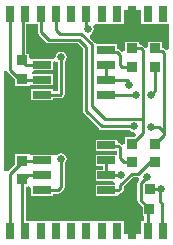
<source format=gtl>
G04*
G04 #@! TF.GenerationSoftware,Altium Limited,Altium Designer,20.0.2 (26)*
G04*
G04 Layer_Physical_Order=1*
G04 Layer_Color=255*
%FSLAX25Y25*%
%MOIN*%
G70*
G01*
G75*
%ADD12C,0.01000*%
%ADD17R,0.03347X0.03347*%
%ADD18R,0.06004X0.02559*%
%ADD19R,0.03347X0.03347*%
%ADD20R,0.03150X0.05512*%
%ADD21C,0.02520*%
G36*
X46111Y75022D02*
Y70699D01*
X50460D01*
Y70699D01*
X51204D01*
Y70699D01*
X55354D01*
Y62314D01*
X54770Y62020D01*
X54354Y61961D01*
X53869Y62447D01*
X53505Y62690D01*
X53076Y62775D01*
X53061Y63720D01*
Y64726D01*
X48514D01*
Y62743D01*
X47514Y62440D01*
X47444Y62544D01*
X47444Y62544D01*
X46743Y63246D01*
X46379Y63489D01*
X45950Y63574D01*
X45265Y64228D01*
Y64726D01*
X40719D01*
Y61664D01*
X40373Y61433D01*
X39719Y61277D01*
X38982Y62014D01*
X38618Y62257D01*
X38189Y62342D01*
X38155Y63291D01*
Y63868D01*
X31539Y63868D01*
X30775Y64207D01*
X30439Y64612D01*
X30439Y64612D01*
X30439Y64612D01*
X30408Y64643D01*
X29008Y66043D01*
X29214Y67033D01*
X29307Y67158D01*
X29845Y67517D01*
X30256Y68133D01*
X30400Y68858D01*
X30256Y69584D01*
X30179Y69699D01*
X30249Y70068D01*
X31089Y70699D01*
X35180D01*
Y70699D01*
X35924D01*
Y70699D01*
X40273D01*
Y75022D01*
X40316Y75236D01*
X46068D01*
X46111Y75022D01*
D02*
G37*
G36*
X11801Y67865D02*
X11801Y67865D01*
X11886Y67436D01*
X12129Y67072D01*
X14797Y64404D01*
X14797Y64404D01*
X15161Y64161D01*
X15590Y64075D01*
X24969D01*
X26617Y62427D01*
Y41671D01*
X26617Y41671D01*
X26703Y41241D01*
X26946Y40878D01*
X32199Y35624D01*
X32199Y35624D01*
X32563Y35381D01*
X32992Y35296D01*
X42410D01*
X42557Y35076D01*
X43172Y34665D01*
X43898Y34521D01*
X44357Y33593D01*
X43679Y32915D01*
X40719D01*
Y30699D01*
X40242Y30428D01*
X39719Y30332D01*
X39262Y30788D01*
X38899Y31031D01*
X38469Y31117D01*
X38155Y32018D01*
Y32057D01*
X30951D01*
Y28298D01*
X37934D01*
Y27057D01*
X30951D01*
Y23298D01*
X33432D01*
Y22057D01*
X30951D01*
Y18298D01*
X36921D01*
X37475Y17298D01*
X37328Y17062D01*
X37255Y17057D01*
X30951D01*
Y13298D01*
X38155D01*
X38155Y13298D01*
X38155Y13298D01*
X38716Y14065D01*
X39095Y14141D01*
X39459Y14384D01*
X40045Y14970D01*
X40045Y14970D01*
X40288Y15334D01*
X40374Y15763D01*
Y16347D01*
X43538Y19511D01*
X45022D01*
X45319Y19085D01*
X45470Y18545D01*
X45191Y18267D01*
X44948Y17903D01*
X44863Y17473D01*
X44863Y17473D01*
Y11752D01*
X44863Y11752D01*
X44948Y11323D01*
X45191Y10959D01*
X46605Y9545D01*
Y6585D01*
X47162D01*
Y4970D01*
X46109D01*
Y647D01*
X46066Y433D01*
X40313D01*
X40270Y647D01*
Y4970D01*
X35921D01*
Y4970D01*
X35177D01*
Y4970D01*
X30827D01*
Y4970D01*
X30083D01*
Y4970D01*
X25734D01*
Y4970D01*
X24990D01*
Y4970D01*
X20640D01*
Y4970D01*
X19896D01*
Y4970D01*
X15547D01*
Y4970D01*
X14803D01*
Y4970D01*
X10453D01*
Y4970D01*
X9709D01*
Y4970D01*
X7657D01*
Y16381D01*
X8657Y16526D01*
X8809Y16526D01*
X9597Y16015D01*
Y13298D01*
X16801D01*
Y14056D01*
X18287D01*
X18287Y14056D01*
X18717Y14141D01*
X19081Y14384D01*
X20281Y15585D01*
X20281Y15585D01*
X20524Y15949D01*
X20610Y16378D01*
Y24064D01*
X20829Y24210D01*
X21240Y24825D01*
X21384Y25551D01*
X21240Y26277D01*
X20829Y26892D01*
X20214Y27303D01*
X19488Y27448D01*
X18763Y27303D01*
X18147Y26892D01*
X16970Y26929D01*
X16801Y27054D01*
Y27057D01*
X9597D01*
Y27057D01*
X8809Y27175D01*
X8809Y27175D01*
X8646Y27175D01*
X4262D01*
Y24037D01*
X1648Y21423D01*
X647Y21726D01*
X472Y21858D01*
Y54843D01*
X1472Y54941D01*
X1484Y54886D01*
X1727Y54522D01*
X4262Y51986D01*
Y50069D01*
X8613D01*
X8809Y50069D01*
Y50069D01*
X9597Y50109D01*
Y50109D01*
X16801D01*
Y53868D01*
X10013D01*
X9733Y54394D01*
X10297Y55109D01*
X16801D01*
Y57907D01*
X16835Y57932D01*
Y57932D01*
X16970Y58031D01*
X17133Y58091D01*
X18117Y58069D01*
X18367Y57859D01*
Y48110D01*
X16801D01*
Y48868D01*
X9597D01*
Y45109D01*
X16801D01*
Y45867D01*
X19232D01*
X19232Y45867D01*
X19661Y45952D01*
X20025Y46195D01*
X20281Y46451D01*
X20281Y46451D01*
X20524Y46815D01*
X20610Y47244D01*
X20610Y47244D01*
Y57922D01*
X20829Y58069D01*
X21240Y58684D01*
X21384Y59409D01*
X21240Y60135D01*
X20829Y60750D01*
X20214Y61161D01*
X19488Y61306D01*
X18763Y61161D01*
X18147Y60750D01*
X17736Y60135D01*
X17630Y59600D01*
X17592Y59409D01*
X17550Y59309D01*
X16680Y58868D01*
X16419Y58868D01*
D01*
X15924Y58868D01*
X9597D01*
X8809Y59379D01*
Y60718D01*
X7736D01*
Y70699D01*
X9711D01*
Y70699D01*
X10456D01*
Y70699D01*
X11801D01*
Y67865D01*
D02*
G37*
D12*
X15590Y65197D02*
X25433D01*
X12922Y67865D02*
X15590Y65197D01*
X12922Y67865D02*
Y74945D01*
X46651Y38937D02*
X46654D01*
X34055D02*
X46651D01*
Y61751D01*
Y34301D02*
Y38937D01*
X29646Y43347D02*
X34055Y38937D01*
X29646Y43347D02*
Y63819D01*
X26260Y67205D02*
X29646Y63819D01*
X19213Y67205D02*
X26260D01*
X17724Y68693D02*
X19213Y67205D01*
X27739Y41671D02*
Y62891D01*
Y41671D02*
X32992Y36417D01*
X25433Y65197D02*
X27739Y62891D01*
X53076Y61654D02*
X53661Y61068D01*
Y34606D02*
Y61068D01*
X49567Y36181D02*
X52087D01*
X53661Y34606D01*
Y33516D02*
Y34606D01*
X50787Y30642D02*
X53661Y33516D01*
X32992Y36417D02*
X43898D01*
X42047Y50394D02*
Y51299D01*
X35866Y47047D02*
X44291D01*
X34583Y20207D02*
X39537D01*
X34553Y20177D02*
Y25177D01*
X52525Y11378D02*
Y15590D01*
X49035D02*
X49056Y15570D01*
X52504D01*
X52525Y15590D01*
Y11378D02*
X53110Y10792D01*
Y702D02*
Y10792D01*
X43073Y20633D02*
X45200D01*
X39252Y15763D02*
Y16812D01*
X43073Y20633D01*
X39449Y20295D02*
Y20354D01*
Y20295D02*
X39537Y20207D01*
X34553Y20177D02*
X34583Y20207D01*
X40405Y24674D02*
X42858D01*
X39055Y26024D02*
X40405Y24674D01*
X45200Y20633D02*
X49106Y24539D01*
X45984Y17473D02*
X48106Y19595D01*
X35807Y46988D02*
X35866Y47047D01*
X34553Y46988D02*
X35807D01*
X45950Y62453D02*
X46651Y61751D01*
X42992Y30642D02*
X46651Y34301D01*
X34553Y51988D02*
X41358D01*
X42047Y51299D01*
X49106Y24539D02*
X50787D01*
X45984Y11752D02*
Y17473D01*
Y11752D02*
X48878Y8858D01*
X53110Y702D02*
X53379Y433D01*
X42933Y9016D02*
Y15590D01*
X42776Y8858D02*
X42933Y9016D01*
X34553Y15177D02*
X38666D01*
X39252Y15763D01*
X34553Y30177D02*
X34735Y29995D01*
X38469D01*
X39055Y29409D01*
Y26024D02*
Y29409D01*
X42858Y24674D02*
X42992Y24539D01*
X50787Y48504D02*
Y56350D01*
X49291Y47008D02*
X50787Y48504D01*
X51587Y61654D02*
X53076D01*
X50787Y62453D02*
X51587Y61654D01*
X42992Y62453D02*
X45950D01*
X34553Y61988D02*
X35320Y61221D01*
X38189D01*
X39094Y60315D01*
X39680Y56350D02*
X42992D01*
X39094Y56936D02*
X39680Y56350D01*
X39094Y56936D02*
Y60315D01*
X25236Y60787D02*
X25379D01*
X19488Y47244D02*
Y59409D01*
X19232Y46988D02*
X19488Y47244D01*
X13199Y46988D02*
X19232D01*
X13199Y61988D02*
X24035D01*
X25236Y60787D01*
X11785Y61988D02*
X12492Y62695D01*
X10098Y34587D02*
X14095Y30591D01*
Y30177D02*
Y30591D01*
X10236Y64951D02*
X12492Y62695D01*
X14095Y30177D02*
X18445D01*
X13199D02*
X14095D01*
X6535Y18268D02*
X8445Y20177D01*
X6535Y1432D02*
Y18268D01*
Y1432D02*
X7534Y433D01*
X5847Y51988D02*
X13199D01*
X2520Y55315D02*
X5847Y51988D01*
X2520Y55315D02*
Y75157D01*
X7658Y56988D02*
X13199D01*
X6614Y58031D02*
X7658Y56988D01*
X6614Y58031D02*
Y74314D01*
X7536Y75236D01*
X11785Y61988D02*
X13199D01*
X10236Y64951D02*
Y65905D01*
X18445Y30177D02*
X23189Y25433D01*
Y12244D02*
Y25433D01*
Y12244D02*
X26575Y8858D01*
X19488Y16378D02*
Y25551D01*
X18287Y15177D02*
X19488Y16378D01*
X13199Y15177D02*
X18287D01*
X27911Y69451D02*
Y75236D01*
Y69451D02*
X28504Y68858D01*
X40945Y67835D02*
X43192Y70082D01*
Y75236D01*
X42776Y846D02*
Y8858D01*
Y846D02*
X43189Y433D01*
X26575Y8858D02*
X42776D01*
X34553Y51988D02*
Y56988D01*
X48284Y433D02*
Y8264D01*
X48878Y8858D01*
X12631Y75236D02*
X12922Y74945D01*
X17724Y68693D02*
Y75236D01*
X2441D02*
X2520Y75157D01*
X13022Y25000D02*
X13199Y25177D01*
X6811Y25000D02*
X13022D01*
X2441Y433D02*
Y20630D01*
X6811Y25000D01*
X8445Y20177D02*
X13199D01*
D17*
X50787Y56350D02*
D03*
Y62453D02*
D03*
X42992Y56350D02*
D03*
Y62453D02*
D03*
X50787Y24539D02*
D03*
Y30642D02*
D03*
X42992Y24539D02*
D03*
Y30642D02*
D03*
X6535Y52342D02*
D03*
Y58445D02*
D03*
Y18799D02*
D03*
Y24902D02*
D03*
D18*
X34553Y46988D02*
D03*
Y51988D02*
D03*
Y56988D02*
D03*
Y61988D02*
D03*
X13199D02*
D03*
Y56988D02*
D03*
Y51988D02*
D03*
Y46988D02*
D03*
X34553Y15177D02*
D03*
Y20177D02*
D03*
Y25177D02*
D03*
Y30177D02*
D03*
X13199D02*
D03*
Y25177D02*
D03*
Y20177D02*
D03*
Y15177D02*
D03*
D19*
X48878Y8858D02*
D03*
X42776D02*
D03*
X42933Y15590D02*
D03*
X49035D02*
D03*
D20*
X53379Y74055D02*
D03*
X48285D02*
D03*
X17724D02*
D03*
X22818D02*
D03*
X27911D02*
D03*
X33005D02*
D03*
X38098D02*
D03*
X43192D02*
D03*
X12631D02*
D03*
X2441D02*
D03*
X7536D02*
D03*
X2441Y1614D02*
D03*
X7534D02*
D03*
X38095D02*
D03*
X33002D02*
D03*
X27908D02*
D03*
X22815D02*
D03*
X17721D02*
D03*
X12628D02*
D03*
X43189D02*
D03*
X53379D02*
D03*
X48284D02*
D03*
D21*
X49567Y36181D02*
D03*
X43898Y36417D02*
D03*
X42047Y50394D02*
D03*
X52756Y15512D02*
D03*
X39449Y20354D02*
D03*
X48106Y19595D02*
D03*
X44291Y47047D02*
D03*
X49291Y47008D02*
D03*
X25379Y60787D02*
D03*
X19488Y59409D02*
D03*
X10098Y34587D02*
D03*
X10236Y65905D02*
D03*
X19488Y25551D02*
D03*
X28504Y68858D02*
D03*
X40945Y67835D02*
D03*
M02*

</source>
